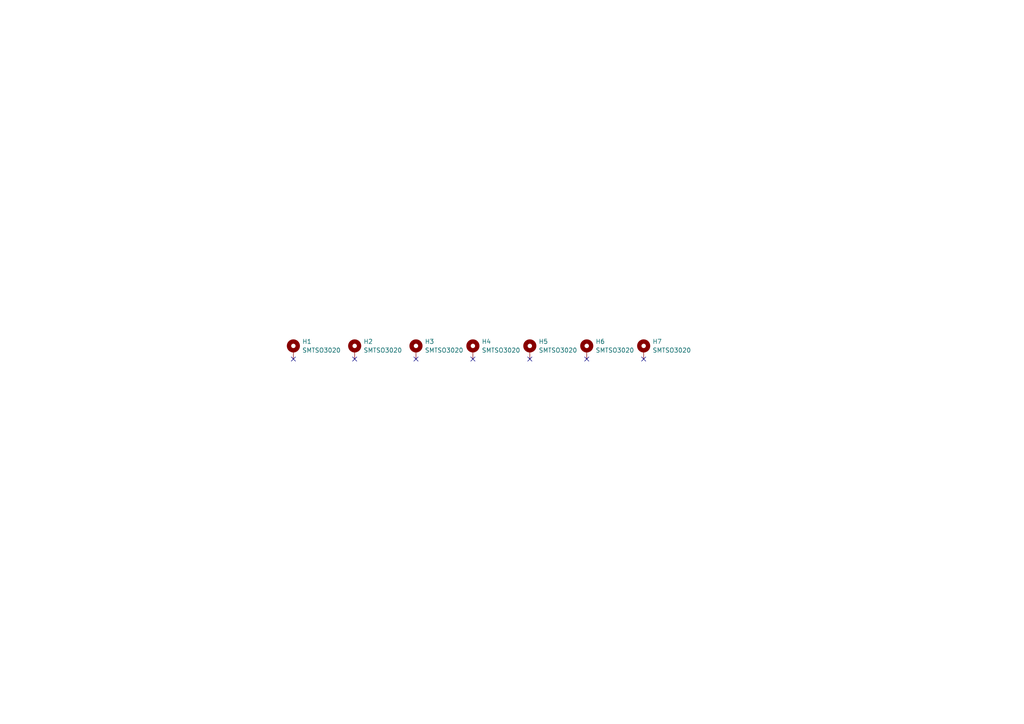
<source format=kicad_sch>
(kicad_sch (version 20250114) (generator "eeschema") (generator_version "9.0")
  (paper "A4")
  (lib_symbols
    (symbol "Mechanical:MountingHole_Pad_MP" (pin_numbers (hide yes)) (pin_names (offset 1.016) (hide yes)) (in_bom no)
      (property "Reference" "H" (at 0 6.35 0))
      (property "Value" "MountingHole_Pad_MP" (at 0 4.445 0))
      (symbol "MountingHole_Pad_MP_0_1"
        (circle (center 0 1.27) (radius 1.27) (stroke (width 1.27)))
      )
      (symbol "MountingHole_Pad_MP_1_1"
        (pin input line (at 0 -2.54 90) (length 2.54) (name "MP") (number "MP"))
      )
    )
  )
  (no_connect (at 120.65 104.14))
  (no_connect (at 85.09 104.14))
  (no_connect (at 170.18 104.14))
  (no_connect (at 153.67 104.14))
  (no_connect (at 186.69 104.14))
  (no_connect (at 137.16 104.14))
  (no_connect (at 102.87 104.14))
  (symbol (lib_id "Mechanical:MountingHole_Pad_MP") (at 137.16 101.6 0) (unit 1)
    (property "Reference" "H4" (at 139.7 99.0599 0) (effects (justify left)))
    (property "Value" "SMTSO3020" (at 139.7 101.5999 0) (effects (justify left)))
    (property "Footprint" "footprints:MountingHole_SMTSO3060_3.2mm_M3" (effects (hide yes)))
    (property "Description" "Mounting Hole with connection as pad named MP" (effects (hide yes)))
    (property "LCSC Part #" "C2915633" (effects (hide yes)))
  )
  (symbol (lib_id "Mechanical:MountingHole_Pad_MP") (at 186.69 101.6 0) (unit 1)
    (property "Reference" "H7" (at 189.23 99.0599 0) (effects (justify left)))
    (property "Value" "SMTSO3020" (at 189.23 101.5999 0) (effects (justify left)))
    (property "Footprint" "footprints:MountingHole_SMTSO3060_3.2mm_M3" (effects (hide yes)))
    (property "Description" "Mounting Hole with connection as pad named MP" (effects (hide yes)))
    (property "LCSC Part #" "C2915633" (effects (hide yes)))
  )
  (symbol (lib_id "Mechanical:MountingHole_Pad_MP") (at 120.65 101.6 0) (unit 1)
    (property "Reference" "H3" (at 123.19 99.0599 0) (effects (justify left)))
    (property "Value" "SMTSO3020" (at 123.19 101.5999 0) (effects (justify left)))
    (property "Footprint" "footprints:MountingHole_SMTSO3060_3.2mm_M3" (effects (hide yes)))
    (property "Description" "Mounting Hole with connection as pad named MP" (effects (hide yes)))
    (property "LCSC Part #" "C2915633" (effects (hide yes)))
  )
  (symbol (lib_id "Mechanical:MountingHole_Pad_MP") (at 102.87 101.6 0) (unit 1)
    (property "Reference" "H2" (at 105.41 99.0599 0) (effects (justify left)))
    (property "Value" "SMTSO3020" (at 105.41 101.5999 0) (effects (justify left)))
    (property "Footprint" "footprints:MountingHole_SMTSO3060_3.2mm_M3" (effects (hide yes)))
    (property "Description" "Mounting Hole with connection as pad named MP" (effects (hide yes)))
    (property "LCSC Part #" "C2915633" (effects (hide yes)))
  )
  (symbol (lib_id "Mechanical:MountingHole_Pad_MP") (at 153.67 101.6 0) (unit 1)
    (property "Reference" "H5" (at 156.21 99.0599 0) (effects (justify left)))
    (property "Value" "SMTSO3020" (at 156.21 101.5999 0) (effects (justify left)))
    (property "Footprint" "footprints:MountingHole_SMTSO3060_3.2mm_M3" (effects (hide yes)))
    (property "Description" "Mounting Hole with connection as pad named MP" (effects (hide yes)))
    (property "LCSC Part #" "C2915633" (effects (hide yes)))
  )
  (symbol (lib_id "Mechanical:MountingHole_Pad_MP") (at 170.18 101.6 0) (unit 1)
    (property "Reference" "H6" (at 172.72 99.0599 0) (effects (justify left)))
    (property "Value" "SMTSO3020" (at 172.72 101.5999 0) (effects (justify left)))
    (property "Footprint" "footprints:MountingHole_SMTSO3060_3.2mm_M3" (effects (hide yes)))
    (property "Description" "Mounting Hole with connection as pad named MP" (effects (hide yes)))
    (property "LCSC Part #" "C2915633" (effects (hide yes)))
  )
  (symbol (lib_id "Mechanical:MountingHole_Pad_MP") (at 85.09 101.6 0) (unit 1)
    (property "Reference" "H1" (at 87.63 99.0599 0) (effects (justify left)))
    (property "Value" "SMTSO3020" (at 87.63 101.5999 0) (effects (justify left)))
    (property "Footprint" "footprints:MountingHole_SMTSO3060_3.2mm_M3" (effects (hide yes)))
    (property "Description" "Mounting Hole with connection as pad named MP" (effects (hide yes)))
    (property "LCSC Part #" "C2915633" (effects (hide yes)))
  )
)
</source>
